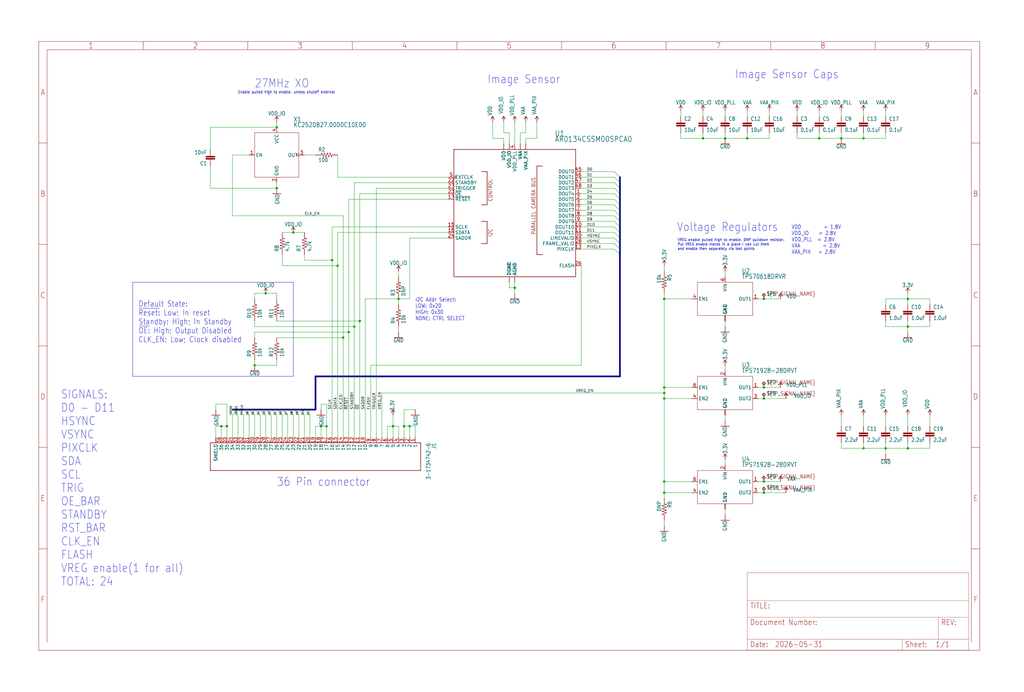
<source format=kicad_sch>
(kicad_sch (version 20250114) (generator "eeschema") (generator_version "9.0")
  (paper "User" 469.9 317.627)
  (text "SIGNALS:\nD0 - D11\nHSYNC\nVSYNC\nPIXCLK\nSDA\nSCL\nTRIG\nOE_BAR\nSTANDBY\nRST_BAR\nCLK_EN\nFLASH\nVREG enable(1 for all)\nTOTAL: 24" (at 27.94 269.24 0) (effects (font (size 3.81 3.2385)) (justify left bottom)))
  (text "27MHz XO" (at 116.84 40.64 0) (effects (font (size 3.81 3.2385)) (justify left bottom)))
  (text "I2C Addr Select:\nLOW: 0x20\nHIGH: 0x30\nNONE: CTRL SELECT" (at 190.5 147.32 0) (effects (font (size 1.778 1.5113)) (justify left bottom)))
  (text "VDD         = 1.8V\nVDD_IO    = 2.8V\nVDD_PLL  = 2.8V\nVAA         = 2.8V\nVAA_PIX   = 2.8V" (at 363.22 116.84 0) (effects (font (size 1.778 1.5113)) (justify left bottom)))
  (text "Enable pulled high to enable, unless shutoff external" (at 109.22 43.18 0) (effects (font (size 1.27 1.0795)) (justify left bottom)))
  (text "Default State:\n~{Reset:} Low; In reset\nStandby: High; In Standby\n~{OE:} High; Output Disabled\nCLK_EN: Low; Clock disabled" (at 63.5 157.48 0) (effects (font (size 2.54 2.159)) (justify left bottom)))
  (text "36 Pin connector" (at 127 223.52 0) (effects (font (size 3.81 3.2385)) (justify left bottom)))
  (text "Voltage Regulators" (at 310.602 106.554 0) (effects (font (size 3.81 3.2385)) (justify left bottom)))
  (text "Image Sensor Caps" (at 337.188 36.474 0) (effects (font (size 3.81 3.2385)) (justify left bottom)))
  (text "Image Sensor" (at 223.65 38.76 0) (effects (font (size 3.81 3.2385)) (justify left bottom)))
  (text "VREG enable pulled high to enable. DNP pulldown resistor.\nPut VREG enable traces in a place I can cut them\nand enable then separately via test points" (at 310.896 115.062 0) (effects (font (size 1.27 1.0795)) (justify left bottom)))
  (junction (at 350.52 182.88))
  (junction (at 304.8 182.88))
  (junction (at 180.34 195.58))
  (junction (at 416.56 137.16))
  (junction (at 127 86.36))
  (junction (at 304.8 177.8))
  (junction (at 332.74 63.5))
  (junction (at 304.8 220.98))
  (junction (at 154.94 121.92))
  (junction (at 416.56 205.74))
  (junction (at 350.52 226.06))
  (junction (at 396.24 63.5))
  (junction (at 406.4 205.74))
  (junction (at 187.96 195.58))
  (junction (at 416.56 149.86))
  (junction (at 236.22 132.08))
  (junction (at 160.02 152.4))
  (junction (at 134.62 106.68))
  (junction (at 386.08 63.5))
  (junction (at 121.92 134.62))
  (junction (at 350.52 177.8))
  (junction (at 304.8 180.34))
  (junction (at 304.8 137.16))
  (junction (at 152.4 119.38))
  (junction (at 182.88 137.16))
  (junction (at 375.92 63.5))
  (junction (at 101.6 195.58))
  (junction (at 116.84 167.64))
  (junction (at 304.8 226.06))
  (junction (at 396.24 205.74))
  (junction (at 127 58.42))
  (junction (at 350.52 220.98))
  (junction (at 165.1 147.32))
  (junction (at 104.14 195.58))
  (junction (at 322.58 63.5))
  (junction (at 162.56 149.86))
  (junction (at 157.48 154.94))
  (junction (at 185.42 195.58))
  (junction (at 350.52 137.16))
  (junction (at 342.9 63.5))
  (junction (at 147.32 195.58))
  (junction (at 149.86 195.58))
  (bus_entry (at 281.94 86.36) (size 2.54 2.54))
  (bus_entry (at 116.84 190.5) (size -2.54 -2.54))
  (bus_entry (at 281.94 101.6) (size 2.54 2.54))
  (bus_entry (at 281.94 91.44) (size 2.54 2.54))
  (bus_entry (at 127 190.5) (size -2.54 -2.54))
  (bus_entry (at 281.94 81.28) (size 2.54 2.54))
  (bus_entry (at 281.94 99.06) (size 2.54 2.54))
  (bus_entry (at 281.94 78.74) (size 2.54 2.54))
  (bus_entry (at 142.24 190.5) (size -2.54 -2.54))
  (bus_entry (at 119.38 190.5) (size -2.54 -2.54))
  (bus_entry (at 281.94 83.82) (size 2.54 2.54))
  (bus_entry (at 106.68 190.5) (size 2.54 -2.54))
  (bus_entry (at 281.94 114.3) (size 2.54 2.54))
  (bus_entry (at 281.94 104.14) (size 2.54 2.54))
  (bus_entry (at 134.62 190.5) (size -2.54 -2.54))
  (bus_entry (at 281.94 111.76) (size 2.54 2.54))
  (bus_entry (at 109.22 190.5) (size -2.54 -2.54))
  (bus_entry (at 129.54 190.5) (size -2.54 -2.54))
  (bus_entry (at 121.92 190.5) (size -2.54 -2.54))
  (bus_entry (at 281.94 96.52) (size 2.54 2.54))
  (bus_entry (at 281.94 109.22) (size 2.54 2.54))
  (bus_entry (at 132.08 190.5) (size -2.54 -2.54))
  (bus_entry (at 281.94 93.98) (size 2.54 2.54))
  (bus_entry (at 139.7 190.5) (size -2.54 -2.54))
  (bus_entry (at 281.94 106.68) (size 2.54 2.54))
  (bus_entry (at 111.76 190.5) (size -2.54 -2.54))
  (bus_entry (at 281.94 88.9) (size 2.54 2.54))
  (bus_entry (at 137.16 190.5) (size -2.54 -2.54))
  (bus_entry (at 114.3 190.5) (size -2.54 -2.54))
  (bus_entry (at 124.46 190.5) (size -2.54 -2.54))
  (wire (pts (xy 396.24 63.5) (xy 406.4 63.5)) (stroke (width 0.1524)))
  (wire (pts (xy 152.4 104.14) (xy 152.4 119.38)) (stroke (width 0.1524)))
  (wire (pts (xy 304.8 134.62) (xy 304.8 137.16)) (stroke (width 0.1524)))
  (bus (pts (xy 134.62 187.96) (xy 132.08 187.96)) (stroke (width 0.762)))
  (bus (pts (xy 284.48 104.14) (xy 284.48 106.68)) (stroke (width 0.762)))
  (wire (pts (xy 127 190.5) (xy 127 200.66)) (stroke (width 0.1524)))
  (wire (pts (xy 266.7 91.44) (xy 281.94 91.44)) (stroke (width 0.1524)))
  (wire (pts (xy 350.52 137.16) (xy 358.14 137.16)) (stroke (width 0.1524)))
  (wire (pts (xy 96.52 58.42) (xy 96.52 68.58)) (stroke (width 0.1524)))
  (wire (pts (xy 406.4 195.58) (xy 406.4 190.5)) (stroke (width 0.1524)))
  (wire (pts (xy 358.14 220.98) (xy 350.52 220.98)) (stroke (width 0.1524)))
  (wire (pts (xy 154.94 71.12) (xy 154.94 81.28)) (stroke (width 0.1524)))
  (wire (pts (xy 106.68 99.06) (xy 157.48 99.06)) (stroke (width 0.1524)))
  (wire (pts (xy 281.94 111.76) (xy 266.7 111.76)) (stroke (width 0.1524)))
  (wire (pts (xy 233.68 129.54) (xy 233.68 132.08)) (stroke (width 0.1524)))
  (bus (pts (xy 129.54 187.96) (xy 127 187.96)) (stroke (width 0.762)))
  (bus (pts (xy 284.48 101.6) (xy 284.48 104.14)) (stroke (width 0.762)))
  (wire (pts (xy 134.62 190.5) (xy 134.62 200.66)) (stroke (width 0.1524)))
  (wire (pts (xy 416.56 205.74) (xy 426.72 205.74)) (stroke (width 0.1524)))
  (wire (pts (xy 127 83.82) (xy 127 86.36)) (stroke (width 0.1524)))
  (wire (pts (xy 187.96 109.22) (xy 205.74 109.22)) (stroke (width 0.1524)))
  (wire (pts (xy 266.7 109.22) (xy 281.94 109.22)) (stroke (width 0.1524)))
  (wire (pts (xy 165.1 147.32) (xy 165.1 200.66)) (stroke (width 0.1524)))
  (bus (pts (xy 144.78 172.72) (xy 144.78 187.96)) (stroke (width 0.762)))
  (wire (pts (xy 332.74 63.5) (xy 342.9 63.5)) (stroke (width 0.1524)))
  (bus (pts (xy 127 187.96) (xy 124.46 187.96)) (stroke (width 0.762)))
  (wire (pts (xy 226.06 63.5) (xy 226.06 55.88)) (stroke (width 0.1524)))
  (wire (pts (xy 312.42 63.5) (xy 322.58 63.5)) (stroke (width 0.1524)))
  (bus (pts (xy 284.48 88.9) (xy 284.48 91.44)) (stroke (width 0.762)))
  (wire (pts (xy 266.7 86.36) (xy 281.94 86.36)) (stroke (width 0.1524)))
  (wire (pts (xy 416.56 149.86) (xy 426.72 149.86)) (stroke (width 0.1524)))
  (wire (pts (xy 426.72 147.32) (xy 426.72 149.86)) (stroke (width 0.1524)))
  (bus (pts (xy 144.78 187.96) (xy 139.7 187.96)) (stroke (width 0.762)))
  (bus (pts (xy 284.48 96.52) (xy 284.48 99.06)) (stroke (width 0.762)))
  (wire (pts (xy 281.94 114.3) (xy 266.7 114.3)) (stroke (width 0.1524)))
  (wire (pts (xy 182.88 195.58) (xy 180.34 195.58)) (stroke (width 0.1524)))
  (wire (pts (xy 332.74 60.96) (xy 332.74 63.5)) (stroke (width 0.1524)))
  (bus (pts (xy 139.7 187.96) (xy 137.16 187.96)) (stroke (width 0.762)))
  (bus (pts (xy 284.48 114.3) (xy 284.48 116.84)) (stroke (width 0.762)))
  (wire (pts (xy 266.7 121.92) (xy 266.7 167.64)) (stroke (width 0.1524)))
  (wire (pts (xy 416.56 139.7) (xy 416.56 137.16)) (stroke (width 0.1524)))
  (wire (pts (xy 160.02 91.44) (xy 160.02 152.4)) (stroke (width 0.1524)))
  (wire (pts (xy 266.7 96.52) (xy 281.94 96.52)) (stroke (width 0.1524)))
  (wire (pts (xy 396.24 60.96) (xy 396.24 63.5)) (stroke (width 0.1524)))
  (wire (pts (xy 416.56 137.16) (xy 416.56 134.62)) (stroke (width 0.1524)))
  (wire (pts (xy 149.86 200.66) (xy 149.86 195.58)) (stroke (width 0.1524)))
  (wire (pts (xy 350.52 182.88) (xy 360.68 182.88)) (stroke (width 0.1524)))
  (wire (pts (xy 365.76 60.96) (xy 365.76 63.5)) (stroke (width 0.1524)))
  (wire (pts (xy 116.84 134.62) (xy 116.84 137.16)) (stroke (width 0.1524)))
  (wire (pts (xy 406.4 53.34) (xy 406.4 50.8)) (stroke (width 0.1524)))
  (bus (pts (xy 111.76 187.96) (xy 109.22 187.96)) (stroke (width 0.762)))
  (bus (pts (xy 284.48 86.36) (xy 284.48 88.9)) (stroke (width 0.762)))
  (wire (pts (xy 96.52 86.36) (xy 127 86.36)) (stroke (width 0.1524)))
  (wire (pts (xy 106.68 190.5) (xy 106.68 200.66)) (stroke (width 0.1524)))
  (wire (pts (xy 322.58 53.34) (xy 322.58 50.8)) (stroke (width 0.1524)))
  (wire (pts (xy 304.8 238.76) (xy 304.8 241.3)) (stroke (width 0.1524)))
  (wire (pts (xy 104.14 195.58) (xy 101.6 195.58)) (stroke (width 0.1524)))
  (wire (pts (xy 266.7 93.98) (xy 281.94 93.98)) (stroke (width 0.1524)))
  (wire (pts (xy 147.32 185.42) (xy 147.32 187.96)) (stroke (width 0.1524)))
  (wire (pts (xy 157.48 99.06) (xy 157.48 154.94)) (stroke (width 0.1524)))
  (wire (pts (xy 350.52 226.06) (xy 360.68 226.06)) (stroke (width 0.1524)))
  (wire (pts (xy 266.7 83.82) (xy 281.94 83.82)) (stroke (width 0.1524)))
  (wire (pts (xy 233.68 66.04) (xy 233.68 60.96)) (stroke (width 0.1524)))
  (wire (pts (xy 139.7 119.38) (xy 152.4 119.38)) (stroke (width 0.1524)))
  (wire (pts (xy 347.98 182.88) (xy 350.52 182.88)) (stroke (width 0.1524)))
  (wire (pts (xy 132.08 190.5) (xy 132.08 200.66)) (stroke (width 0.1524)))
  (wire (pts (xy 322.58 63.5) (xy 332.74 63.5)) (stroke (width 0.1524)))
  (wire (pts (xy 396.24 203.2) (xy 396.24 205.74)) (stroke (width 0.1524)))
  (wire (pts (xy 406.4 203.2) (xy 406.4 205.74)) (stroke (width 0.1524)))
  (wire (pts (xy 386.08 60.96) (xy 386.08 63.5)) (stroke (width 0.1524)))
  (wire (pts (xy 396.24 205.74) (xy 406.4 205.74)) (stroke (width 0.1524)))
  (wire (pts (xy 180.34 200.66) (xy 180.34 195.58)) (stroke (width 0.1524)))
  (wire (pts (xy 101.6 200.66) (xy 101.6 195.58)) (stroke (width 0.1524)))
  (wire (pts (xy 154.94 106.68) (xy 154.94 121.92)) (stroke (width 0.1524)))
  (wire (pts (xy 175.26 180.34) (xy 304.8 180.34)) (stroke (width 0.1524)))
  (wire (pts (xy 332.74 170.18) (xy 332.74 167.64)) (stroke (width 0.1524)))
  (wire (pts (xy 406.4 137.16) (xy 416.56 137.16)) (stroke (width 0.1524)))
  (wire (pts (xy 416.56 147.32) (xy 416.56 149.86)) (stroke (width 0.1524)))
  (polyline (pts (xy 60.96 172.72) (xy 134.62 172.72)) (stroke (width 0.1524) (type solid)))
  (polyline (pts (xy 134.62 172.72) (xy 134.62 129.54)) (stroke (width 0.1524) (type solid)))
  (wire (pts (xy 396.24 53.34) (xy 396.24 50.8)) (stroke (width 0.1524)))
  (wire (pts (xy 119.38 190.5) (xy 119.38 200.66)) (stroke (width 0.1524)))
  (wire (pts (xy 172.72 86.36) (xy 172.72 200.66)) (stroke (width 0.1524)))
  (wire (pts (xy 406.4 147.32) (xy 406.4 149.86)) (stroke (width 0.1524)))
  (wire (pts (xy 426.72 205.74) (xy 426.72 203.2)) (stroke (width 0.1524)))
  (wire (pts (xy 332.74 147.32) (xy 332.74 149.86)) (stroke (width 0.1524)))
  (bus (pts (xy 109.22 187.96) (xy 106.68 187.96)) (stroke (width 0.762)))
  (wire (pts (xy 114.3 190.5) (xy 114.3 200.66)) (stroke (width 0.1524)))
  (wire (pts (xy 154.94 121.92) (xy 154.94 200.66)) (stroke (width 0.1524)))
  (wire (pts (xy 185.42 200.66) (xy 185.42 195.58)) (stroke (width 0.1524)))
  (wire (pts (xy 386.08 63.5) (xy 396.24 63.5)) (stroke (width 0.1524)))
  (wire (pts (xy 205.74 86.36) (xy 172.72 86.36)) (stroke (width 0.1524)))
  (wire (pts (xy 406.4 60.96) (xy 406.4 63.5)) (stroke (width 0.1524)))
  (wire (pts (xy 365.76 53.34) (xy 365.76 50.8)) (stroke (width 0.1524)))
  (wire (pts (xy 149.86 185.42) (xy 147.32 185.42)) (stroke (width 0.1524)))
  (wire (pts (xy 205.74 104.14) (xy 152.4 104.14)) (stroke (width 0.1524)))
  (wire (pts (xy 127 167.64) (xy 127 165.1)) (stroke (width 0.1524)))
  (wire (pts (xy 386.08 203.2) (xy 386.08 205.74)) (stroke (width 0.1524)))
  (wire (pts (xy 416.56 149.86) (xy 416.56 152.4)) (stroke (width 0.1524)))
  (wire (pts (xy 190.5 195.58) (xy 187.96 195.58)) (stroke (width 0.1524)))
  (wire (pts (xy 160.02 152.4) (xy 160.02 200.66)) (stroke (width 0.1524)))
  (wire (pts (xy 406.4 205.74) (xy 416.56 205.74)) (stroke (width 0.1524)))
  (bus (pts (xy 284.48 93.98) (xy 284.48 96.52)) (stroke (width 0.762)))
  (wire (pts (xy 266.7 101.6) (xy 281.94 101.6)) (stroke (width 0.1524)))
  (wire (pts (xy 111.76 190.5) (xy 111.76 200.66)) (stroke (width 0.1524)))
  (wire (pts (xy 165.1 88.9) (xy 165.1 147.32)) (stroke (width 0.1524)))
  (wire (pts (xy 180.34 195.58) (xy 180.34 190.5)) (stroke (width 0.1524)))
  (wire (pts (xy 127 154.94) (xy 157.48 154.94)) (stroke (width 0.1524)))
  (wire (pts (xy 386.08 205.74) (xy 396.24 205.74)) (stroke (width 0.1524)))
  (wire (pts (xy 147.32 200.66) (xy 147.32 195.58)) (stroke (width 0.1524)))
  (bus (pts (xy 284.48 109.22) (xy 284.48 111.76)) (stroke (width 0.762)))
  (wire (pts (xy 182.88 137.16) (xy 187.96 137.16)) (stroke (width 0.1524)))
  (polyline (pts (xy 134.62 129.54) (xy 60.96 129.54)) (stroke (width 0.1524) (type solid)))
  (wire (pts (xy 116.84 190.5) (xy 116.84 200.66)) (stroke (width 0.1524)))
  (wire (pts (xy 121.92 134.62) (xy 127 134.62)) (stroke (width 0.1524)))
  (wire (pts (xy 205.74 106.68) (xy 154.94 106.68)) (stroke (width 0.1524)))
  (wire (pts (xy 347.98 226.06) (xy 350.52 226.06)) (stroke (width 0.1524)))
  (wire (pts (xy 104.14 200.66) (xy 104.14 195.58)) (stroke (width 0.1524)))
  (polyline (pts (xy 60.96 129.54) (xy 60.96 172.72)) (stroke (width 0.1524) (type solid)))
  (wire (pts (xy 116.84 154.94) (xy 116.84 152.4)) (stroke (width 0.1524)))
  (wire (pts (xy 180.34 195.58) (xy 177.8 195.58)) (stroke (width 0.1524)))
  (wire (pts (xy 416.56 203.2) (xy 416.56 205.74)) (stroke (width 0.1524)))
  (wire (pts (xy 127 58.42) (xy 127 55.88)) (stroke (width 0.1524)))
  (wire (pts (xy 157.48 154.94) (xy 157.48 200.66)) (stroke (width 0.1524)))
  (bus (pts (xy 284.48 91.44) (xy 284.48 93.98)) (stroke (width 0.762)))
  (wire (pts (xy 350.52 177.8) (xy 358.14 177.8)) (stroke (width 0.1524)))
  (wire (pts (xy 106.68 71.12) (xy 106.68 99.06)) (stroke (width 0.1524)))
  (bus (pts (xy 284.48 172.72) (xy 144.78 172.72)) (stroke (width 0.762)))
  (wire (pts (xy 104.14 195.58) (xy 104.14 185.42)) (stroke (width 0.1524)))
  (wire (pts (xy 139.7 116.84) (xy 139.7 119.38)) (stroke (width 0.1524)))
  (wire (pts (xy 231.14 66.04) (xy 231.14 63.5)) (stroke (width 0.1524)))
  (wire (pts (xy 375.92 60.96) (xy 375.92 63.5)) (stroke (width 0.1524)))
  (wire (pts (xy 236.22 132.08) (xy 236.22 129.54)) (stroke (width 0.1524)))
  (wire (pts (xy 162.56 83.82) (xy 162.56 149.86)) (stroke (width 0.1524)))
  (bus (pts (xy 124.46 187.96) (xy 121.92 187.96)) (stroke (width 0.762)))
  (wire (pts (xy 332.74 190.5) (xy 332.74 193.04)) (stroke (width 0.1524)))
  (wire (pts (xy 182.88 200.66) (xy 182.88 195.58)) (stroke (width 0.1524)))
  (wire (pts (xy 127 134.62) (xy 127 137.16)) (stroke (width 0.1524)))
  (wire (pts (xy 109.22 190.5) (xy 109.22 200.66)) (stroke (width 0.1524)))
  (wire (pts (xy 406.4 139.7) (xy 406.4 137.16)) (stroke (width 0.1524)))
  (bus (pts (xy 284.48 106.68) (xy 284.48 109.22)) (stroke (width 0.762)))
  (wire (pts (xy 241.3 60.96) (xy 241.3 55.88)) (stroke (width 0.1524)))
  (bus (pts (xy 137.16 187.96) (xy 134.62 187.96)) (stroke (width 0.762)))
  (wire (pts (xy 312.42 60.96) (xy 312.42 63.5)) (stroke (width 0.1524)))
  (wire (pts (xy 149.86 195.58) (xy 147.32 195.58)) (stroke (width 0.1524)))
  (wire (pts (xy 317.5 182.88) (xy 304.8 182.88)) (stroke (width 0.1524)))
  (wire (pts (xy 205.74 83.82) (xy 162.56 83.82)) (stroke (width 0.1524)))
  (wire (pts (xy 426.72 195.58) (xy 426.72 190.5)) (stroke (width 0.1524)))
  (wire (pts (xy 238.76 60.96) (xy 241.3 60.96)) (stroke (width 0.1524)))
  (wire (pts (xy 190.5 200.66) (xy 190.5 195.58)) (stroke (width 0.1524)))
  (wire (pts (xy 182.88 137.16) (xy 167.64 137.16)) (stroke (width 0.1524)))
  (wire (pts (xy 246.38 63.5) (xy 246.38 55.88)) (stroke (width 0.1524)))
  (wire (pts (xy 322.58 60.96) (xy 322.58 63.5)) (stroke (width 0.1524)))
  (wire (pts (xy 317.5 220.98) (xy 304.8 220.98)) (stroke (width 0.1524)))
  (wire (pts (xy 101.6 195.58) (xy 99.06 195.58)) (stroke (width 0.1524)))
  (wire (pts (xy 205.74 91.44) (xy 160.02 91.44)) (stroke (width 0.1524)))
  (wire (pts (xy 139.7 71.12) (xy 144.78 71.12)) (stroke (width 0.1524)))
  (wire (pts (xy 134.62 106.68) (xy 139.7 106.68)) (stroke (width 0.1524)))
  (wire (pts (xy 236.22 66.04) (xy 236.22 55.88)) (stroke (width 0.1524)))
  (wire (pts (xy 124.46 190.5) (xy 124.46 200.66)) (stroke (width 0.1524)))
  (wire (pts (xy 231.14 60.96) (xy 231.14 55.88)) (stroke (width 0.1524)))
  (wire (pts (xy 375.92 63.5) (xy 386.08 63.5)) (stroke (width 0.1524)))
  (wire (pts (xy 304.8 137.16) (xy 304.8 177.8)) (stroke (width 0.1524)))
  (bus (pts (xy 284.48 111.76) (xy 284.48 114.3)) (stroke (width 0.762)))
  (wire (pts (xy 116.84 149.86) (xy 162.56 149.86)) (stroke (width 0.1524)))
  (wire (pts (xy 144.78 195.58) (xy 144.78 200.66)) (stroke (width 0.1524)))
  (wire (pts (xy 350.52 220.98) (xy 347.98 220.98)) (stroke (width 0.1524)))
  (wire (pts (xy 129.54 190.5) (xy 129.54 200.66)) (stroke (width 0.1524)))
  (bus (pts (xy 284.48 116.84) (xy 284.48 172.72)) (stroke (width 0.762)))
  (wire (pts (xy 187.96 195.58) (xy 185.42 195.58)) (stroke (width 0.1524)))
  (bus (pts (xy 284.48 81.28) (xy 284.48 83.82)) (stroke (width 0.762)))
  (wire (pts (xy 266.7 81.28) (xy 281.94 81.28)) (stroke (width 0.1524)))
  (wire (pts (xy 353.06 63.5) (xy 353.06 60.96)) (stroke (width 0.1524)))
  (wire (pts (xy 304.8 182.88) (xy 304.8 180.34)) (stroke (width 0.1524)))
  (wire (pts (xy 121.92 134.62) (xy 116.84 134.62)) (stroke (width 0.1524)))
  (wire (pts (xy 116.84 152.4) (xy 160.02 152.4)) (stroke (width 0.1524)))
  (wire (pts (xy 154.94 81.28) (xy 205.74 81.28)) (stroke (width 0.1524)))
  (wire (pts (xy 266.7 167.64) (xy 170.18 167.64)) (stroke (width 0.1524)))
  (wire (pts (xy 396.24 190.5) (xy 396.24 195.58)) (stroke (width 0.1524)))
  (wire (pts (xy 304.8 124.46) (xy 304.8 121.92)) (stroke (width 0.1524)))
  (wire (pts (xy 182.88 149.86) (xy 182.88 152.4)) (stroke (width 0.1524)))
  (wire (pts (xy 182.88 124.46) (xy 182.88 127)) (stroke (width 0.1524)))
  (wire (pts (xy 137.16 190.5) (xy 137.16 200.66)) (stroke (width 0.1524)))
  (wire (pts (xy 304.8 228.6) (xy 304.8 226.06)) (stroke (width 0.1524)))
  (wire (pts (xy 375.92 53.34) (xy 375.92 50.8)) (stroke (width 0.1524)))
  (wire (pts (xy 317.5 137.16) (xy 304.8 137.16)) (stroke (width 0.1524)))
  (wire (pts (xy 236.22 134.62) (xy 236.22 132.08)) (stroke (width 0.1524)))
  (wire (pts (xy 154.94 121.92) (xy 129.54 121.92)) (stroke (width 0.1524)))
  (wire (pts (xy 233.68 60.96) (xy 231.14 60.96)) (stroke (width 0.1524)))
  (bus (pts (xy 121.92 187.96) (xy 119.38 187.96)) (stroke (width 0.762)))
  (wire (pts (xy 116.84 147.32) (xy 116.84 149.86)) (stroke (width 0.1524)))
  (wire (pts (xy 175.26 180.34) (xy 175.26 200.66)) (stroke (width 0.1524)))
  (wire (pts (xy 426.72 139.7) (xy 426.72 137.16)) (stroke (width 0.1524)))
  (wire (pts (xy 127 147.32) (xy 165.1 147.32)) (stroke (width 0.1524)))
  (wire (pts (xy 332.74 233.68) (xy 332.74 236.22)) (stroke (width 0.1524)))
  (wire (pts (xy 99.06 185.42) (xy 99.06 187.96)) (stroke (width 0.1524)))
  (wire (pts (xy 304.8 220.98) (xy 304.8 182.88)) (stroke (width 0.1524)))
  (wire (pts (xy 347.98 137.16) (xy 350.52 137.16)) (stroke (width 0.1524)))
  (wire (pts (xy 386.08 195.58) (xy 386.08 190.5)) (stroke (width 0.1524)))
  (wire (pts (xy 406.4 208.28) (xy 406.4 205.74)) (stroke (width 0.1524)))
  (wire (pts (xy 127 58.42) (xy 96.52 58.42)) (stroke (width 0.1524)))
  (wire (pts (xy 190.5 187.96) (xy 185.42 187.96)) (stroke (width 0.1524)))
  (wire (pts (xy 317.5 226.06) (xy 304.8 226.06)) (stroke (width 0.1524)))
  (wire (pts (xy 386.08 53.34) (xy 386.08 50.8)) (stroke (width 0.1524)))
  (bus (pts (xy 284.48 83.82) (xy 284.48 86.36)) (stroke (width 0.762)))
  (wire (pts (xy 304.8 226.06) (xy 304.8 220.98)) (stroke (width 0.1524)))
  (wire (pts (xy 416.56 190.5) (xy 416.56 195.58)) (stroke (width 0.1524)))
  (wire (pts (xy 121.92 190.5) (xy 121.92 200.66)) (stroke (width 0.1524)))
  (wire (pts (xy 149.86 195.58) (xy 149.86 185.42)) (stroke (width 0.1524)))
  (wire (pts (xy 416.56 137.16) (xy 426.72 137.16)) (stroke (width 0.1524)))
  (bus (pts (xy 132.08 187.96) (xy 129.54 187.96)) (stroke (width 0.762)))
  (wire (pts (xy 185.42 187.96) (xy 185.42 195.58)) (stroke (width 0.1524)))
  (wire (pts (xy 177.8 195.58) (xy 177.8 200.66)) (stroke (width 0.1524)))
  (bus (pts (xy 116.84 187.96) (xy 114.3 187.96)) (stroke (width 0.762)))
  (wire (pts (xy 347.98 177.8) (xy 350.52 177.8)) (stroke (width 0.1524)))
  (wire (pts (xy 342.9 53.34) (xy 342.9 50.8)) (stroke (width 0.1524)))
  (wire (pts (xy 116.84 167.64) (xy 127 167.64)) (stroke (width 0.1524)))
  (wire (pts (xy 365.76 63.5) (xy 375.92 63.5)) (stroke (width 0.1524)))
  (wire (pts (xy 266.7 88.9) (xy 281.94 88.9)) (stroke (width 0.1524)))
  (wire (pts (xy 187.96 137.16) (xy 187.96 109.22)) (stroke (width 0.1524)))
  (wire (pts (xy 406.4 149.86) (xy 416.56 149.86)) (stroke (width 0.1524)))
  (wire (pts (xy 96.52 76.2) (xy 96.52 86.36)) (stroke (width 0.1524)))
  (wire (pts (xy 266.7 78.74) (xy 281.94 78.74)) (stroke (width 0.1524)))
  (wire (pts (xy 304.8 177.8) (xy 304.8 180.34)) (stroke (width 0.1524)))
  (bus (pts (xy 114.3 187.96) (xy 111.76 187.96)) (stroke (width 0.762)))
  (wire (pts (xy 266.7 104.14) (xy 281.94 104.14)) (stroke (width 0.1524)))
  (wire (pts (xy 342.9 60.96) (xy 342.9 63.5)) (stroke (width 0.1524)))
  (wire (pts (xy 114.3 71.12) (xy 106.68 71.12)) (stroke (width 0.1524)))
  (wire (pts (xy 182.88 139.7) (xy 182.88 137.16)) (stroke (width 0.1524)))
  (wire (pts (xy 266.7 99.06) (xy 281.94 99.06)) (stroke (width 0.1524)))
  (wire (pts (xy 142.24 190.5) (xy 142.24 200.66)) (stroke (width 0.1524)))
  (wire (pts (xy 266.7 106.68) (xy 281.94 106.68)) (stroke (width 0.1524)))
  (wire (pts (xy 205.74 88.9) (xy 165.1 88.9)) (stroke (width 0.1524)))
  (wire (pts (xy 134.62 106.68) (xy 129.54 106.68)) (stroke (width 0.1524)))
  (bus (pts (xy 119.38 187.96) (xy 116.84 187.96)) (stroke (width 0.762)))
  (wire (pts (xy 312.42 53.34) (xy 312.42 50.8)) (stroke (width 0.1524)))
  (wire (pts (xy 99.06 195.58) (xy 99.06 200.66)) (stroke (width 0.1524)))
  (wire (pts (xy 332.74 124.46) (xy 332.74 127)) (stroke (width 0.1524)))
  (wire (pts (xy 116.84 167.64) (xy 116.84 165.1)) (stroke (width 0.1524)))
  (wire (pts (xy 187.96 200.66) (xy 187.96 195.58)) (stroke (width 0.1524)))
  (wire (pts (xy 317.5 177.8) (xy 304.8 177.8)) (stroke (width 0.1524)))
  (wire (pts (xy 139.7 190.5) (xy 139.7 200.66)) (stroke (width 0.1524)))
  (wire (pts (xy 147.32 195.58) (xy 144.78 195.58)) (stroke (width 0.1524)))
  (wire (pts (xy 233.68 132.08) (xy 236.22 132.08)) (stroke (width 0.1524)))
  (wire (pts (xy 241.3 66.04) (xy 241.3 63.5)) (stroke (width 0.1524)))
  (wire (pts (xy 129.54 121.92) (xy 129.54 116.84)) (stroke (width 0.1524)))
  (wire (pts (xy 342.9 63.5) (xy 353.06 63.5)) (stroke (width 0.1524)))
  (wire (pts (xy 238.76 66.04) (xy 238.76 60.96)) (stroke (width 0.1524)))
  (wire (pts (xy 170.18 167.64) (xy 170.18 200.66)) (stroke (width 0.1524)))
  (wire (pts (xy 332.74 53.34) (xy 332.74 50.8)) (stroke (width 0.1524)))
  (wire (pts (xy 167.64 137.16) (xy 167.64 200.66)) (stroke (width 0.1524)))
  (wire (pts (xy 152.4 119.38) (xy 152.4 200.66)) (stroke (width 0.1524)))
  (wire (pts (xy 332.74 213.36) (xy 332.74 210.82)) (stroke (width 0.1524)))
  (wire (pts (xy 241.3 63.5) (xy 246.38 63.5)) (stroke (width 0.1524)))
  (wire (pts (xy 353.06 53.34) (xy 353.06 50.8)) (stroke (width 0.1524)))
  (wire (pts (xy 104.14 185.42) (xy 99.06 185.42)) (stroke (width 0.1524)))
  (bus (pts (xy 284.48 99.06) (xy 284.48 101.6)) (stroke (width 0.762)))
  (wire (pts (xy 231.14 63.5) (xy 226.06 63.5)) (stroke (width 0.1524)))
  (wire (pts (xy 162.56 149.86) (xy 162.56 200.66)) (stroke (width 0.1524)))
  (label "D3" (at 269.24 86.36 0) (effects (font (size 1.2446 1.2446))))
  (label "FLASH" (at 170.18 187.96 90) (effects (font (size 1.2446 1.2446))))
  (label "D0" (at 269.24 78.74 0) (effects (font (size 1.2446 1.2446))))
  (label "D0" (at 129.54 190.5 90) (effects (font (size 0.889 0.889))))
  (label "D1" (at 269.24 81.28 0) (effects (font (size 1.2446 1.2446))))
  (label "D1" (at 127 190.5 90) (effects (font (size 0.889 0.889))))
  (label "D7" (at 132.08 190.5 90) (effects (font (size 0.889 0.889))))
  (label "VREG_EN" (at 175.26 187.96 90) (effects (font (size 1.2446 1.2446))))
  (label "D5" (at 269.24 91.44 0) (effects (font (size 1.2446 1.2446))))
  (label "STANDBY" (at 162.56 187.96 90) (effects (font (size 1.2446 1.2446))))
  (label "D4" (at 119.38 190.5 90) (effects (font (size 0.889 0.889))))
  (label "SADDR" (at 167.64 187.96 90) (effects (font (size 1.2446 1.2446))))
  (label "~{OE}" (at 165.1 187.96 90) (effects (font (size 1.2446 1.2446))))
  (label "SDATA" (at 154.94 187.96 90) (effects (font (size 1.2446 1.2446))))
  (label "D8" (at 269.24 99.06 0) (effects (font (size 1.2446 1.2446))))
  (label "VSYNC" (at 109.22 190.5 90) (effects (font (size 0.889 0.889))))
  (label "CLK_EN" (at 157.48 187.96 90) (effects (font (size 1.2446 1.2446))))
  (label "D9" (at 269.24 101.6 0) (effects (font (size 1.2446 1.2446))))
  (label "D11" (at 142.24 190.5 90) (effects (font (size 0.889 0.889))))
  (label "D6" (at 114.3 190.5 90) (effects (font (size 0.889 0.889))))
  (label "HSYNC" (at 269.24 109.22 0) (effects (font (size 1.2446 1.2446))))
  (label "D6" (at 269.24 93.98 0) (effects (font (size 1.2446 1.2446))))
  (label "PIXCLK" (at 111.76 190.5 90) (effects (font (size 0.889 0.889))))
  (label "CLK_EN" (at 139.7 99.06 0) (effects (font (size 1.2446 1.2446))))
  (label "D2" (at 124.46 190.5 90) (effects (font (size 0.889 0.889))))
  (label "D10" (at 139.7 190.5 90) (effects (font (size 0.889 0.889))))
  (label "VREG_EN" (at 264.16 180.34 0) (effects (font (size 1.2446 1.2446))))
  (label "VSYNC" (at 269.24 111.76 0) (effects (font (size 1.2446 1.2446))))
  (label "TRIGGER" (at 172.72 187.96 90) (effects (font (size 1.2446 1.2446))))
  (label "D10" (at 269.24 104.14 0) (effects (font (size 1.2446 1.2446))))
  (label "D8" (at 134.62 190.5 90) (effects (font (size 0.889 0.889))))
  (label "D11" (at 269.24 106.68 0) (effects (font (size 1.2446 1.2446))))
  (label "D5" (at 116.84 190.5 90) (effects (font (size 0.889 0.889))))
  (label "~{RESET}" (at 160.02 187.96 90) (effects (font (size 1.2446 1.2446))))
  (label "SCLK" (at 152.4 187.96 90) (effects (font (size 1.2446 1.2446))))
  (label "D9" (at 137.16 190.5 90) (effects (font (size 0.889 0.889))))
  (label "HSYNC" (at 106.68 190.5 90) (effects (font (size 0.889 0.889))))
  (label "D2" (at 269.24 83.82 0) (effects (font (size 1.2446 1.2446))))
  (label "PIXCLK" (at 269.24 114.3 0) (effects (font (size 1.2446 1.2446))))
  (label "D7" (at 269.24 96.52 0) (effects (font (size 1.2446 1.2446))))
  (label "D4" (at 269.24 88.9 0) (effects (font (size 1.2446 1.2446))))
  (label "D3" (at 121.92 190.5 90) (effects (font (size 0.889 0.889))))
  (symbol (lib_id "star-tracker-camera-board-eagle-import:3.3V") (at 304.8 121.92 0) (unit 1)
    (property "Reference" "#SUPPLY9" (effects (hide yes)))
    (property "Value" "3.3V" (at 305.816 116.84 90) (effects (font (size 1.778 1.5113)) (justify bottom)))
  )
  (symbol (lib_id "star-tracker-camera-board-eagle-import:VDD_IO") (at 375.92 48.26 0) (unit 1)
    (property "Reference" "#VBUS11" (effects (hide yes)))
    (property "Value" "VDD_IO" (at 375.92 48.006 0) (effects (font (size 1.778 1.5113)) (justify bottom)))
  )
  (symbol (lib_id "star-tracker-camera-board-eagle-import:C-EU0603-C-NOSILK") (at 396.24 198.12 0) (unit 1)
    (property "Reference" "C11" (at 397.764 197.739 0) (effects (font (size 1.778 1.5113)) (justify left bottom)))
    (property "Value" "2.2uF" (at 397.764 202.819 0) (effects (font (size 1.778 1.5113)) (justify left bottom)))
    (property "Footprint" "star-tracker-camera-board:.0603-C-NOSILK" (effects (hide yes)))
  )
  (symbol (lib_id "star-tracker-camera-board-eagle-import:VDD_PLL") (at 358.14 175.26 0) (unit 1)
    (property "Reference" "#VBUS15" (effects (hide yes)))
    (property "Value" "VDD_PLL" (at 365.76 177.546 0) (effects (font (size 1.778 1.5113)) (justify bottom)))
  )
  (symbol (lib_id "star-tracker-camera-board-eagle-import:R-US_0402-B") (at 116.84 160.02 90) (unit 1)
    (property "Reference" "R9" (at 115.3414 163.83 0) (effects (font (size 1.778 1.5113)) (justify left bottom)))
    (property "Value" "10k" (at 120.142 163.83 0) (effects (font (size 1.778 1.5113)) (justify left bottom)))
    (property "Footprint" "star-tracker-camera-board:.0402-B" (effects (hide yes)))
  )
  (symbol (lib_id "star-tracker-camera-board-eagle-import:VAA") (at 241.3 53.34 0) (unit 1)
    (property "Reference" "#U$1" (effects (hide yes)))
    (property "Value" "VAA" (at 241.046 50.8 90) (effects (font (size 1.778 1.5113)) (justify bottom)))
  )
  (symbol (lib_id "star-tracker-camera-board-eagle-import:VDD") (at 426.72 187.96 0) (unit 1)
    (property "Reference" "#VBUS20" (effects (hide yes)))
    (property "Value" "VDD" (at 426.466 185.42 90) (effects (font (size 1.778 1.5113)) (justify bottom)))
  )
  (symbol (lib_id "star-tracker-camera-board-eagle-import:C-EU0402-A-NOSILK") (at 96.52 73.66 180) (unit 1)
    (property "Reference" "C1" (at 94.996 74.041 0) (effects (font (size 1.778 1.5113)) (justify left bottom)))
    (property "Value" "10nF" (at 94.996 68.961 0) (effects (font (size 1.778 1.5113)) (justify left bottom)))
    (property "Footprint" "star-tracker-camera-board:.0402-A-NOSILK" (effects (hide yes)))
  )
  (symbol (lib_id "star-tracker-camera-board-eagle-import:3-1734742-6") (at 139.7 210.82 270) (unit 1)
    (property "Reference" "J1" (at 198.12 203.2 0) (effects (font (size 1.7808 1.5136)) (justify left bottom)))
    (property "Value" "3-1734742-6" (at 195.58 203.2 0) (effects (font (size 1.7799 1.5129)) (justify left bottom)))
    (property "Footprint" "star-tracker-camera-board:TE_3-1734742-6" (effects (hide yes)))
  )
  (symbol (lib_id "star-tracker-camera-board-eagle-import:C-EU0603-C-NOSILK") (at 353.06 55.88 0) (unit 1)
    (property "Reference" "C16" (at 354.584 55.499 0) (effects (font (size 1.778 1.5113)) (justify left bottom)))
    (property "Value" "10uF" (at 354.584 60.579 0) (effects (font (size 1.778 1.5113)) (justify left bottom)))
    (property "Footprint" "star-tracker-camera-board:.0603-C-NOSILK" (effects (hide yes)))
  )
  (symbol (lib_id "star-tracker-camera-board-eagle-import:VDD_IO") (at 127 53.34 0) (unit 1)
    (property "Reference" "#VBUS23" (effects (hide yes)))
    (property "Value" "VDD_IO" (at 127 53.086 0) (effects (font (size 1.778 1.5113)) (justify bottom)))
  )
  (symbol (lib_id "star-tracker-camera-board-eagle-import:GND") (at 332.74 195.58 0) (unit 1)
    (property "Reference" "#GND9" (effects (hide yes)))
    (property "Value" "GND" (at 331.724 198.12 90) (effects (font (size 1.778 1.5113)) (justify top)))
  )
  (symbol (lib_id "star-tracker-camera-board-eagle-import:VDD") (at 358.14 134.62 0) (unit 1)
    (property "Reference" "#VBUS14" (effects (hide yes)))
    (property "Value" "VDD" (at 363.22 136.906 0) (effects (font (size 1.778 1.5113)) (justify bottom)))
  )
  (symbol (lib_id "star-tracker-camera-board-eagle-import:GND") (at 190.5 190.5 0) (unit 1)
    (property "Reference" "#GND5" (effects (hide yes)))
    (property "Value" "GND" (at 189.8015 193.04 90) (effects (font (size 1.778 1.5113)) (justify top)))
  )
  (symbol (lib_id "star-tracker-camera-board-eagle-import:FRAME_B_L") (at 17.78 298.45 0) (unit 1)
    (property "Reference" "#FRAME1" (effects (hide yes)))
    (property "Value" "ORESAT AR0134 BOARD" (effects (hide yes)))
  )
  (symbol (lib_id "star-tracker-camera-board-eagle-import:R-US_0402-B") (at 127 160.02 90) (unit 1)
    (property "Reference" "R12" (at 125.5014 163.83 0) (effects (font (size 1.778 1.5113)) (justify left bottom)))
    (property "Value" "10k" (at 130.302 163.83 0) (effects (font (size 1.778 1.5113)) (justify left bottom)))
    (property "Footprint" "star-tracker-camera-board:.0402-B" (effects (hide yes)))
  )
  (symbol (lib_id "star-tracker-camera-board-eagle-import:R-US_0402-B") (at 149.86 71.12 0) (unit 1)
    (property "Reference" "R2" (at 146.05 69.6214 0) (effects (font (size 1.778 1.5113)) (justify left bottom)))
    (property "Value" "100" (at 146.05 74.422 0) (effects (font (size 1.778 1.5113)) (justify left bottom)))
    (property "Footprint" "star-tracker-camera-board:.0402-B" (effects (hide yes)))
  )
  (symbol (lib_id "star-tracker-camera-board-eagle-import:C-EU0603-C-NOSILK") (at 386.08 198.12 0) (unit 1)
    (property "Reference" "C7" (at 387.604 197.739 0) (effects (font (size 1.778 1.5113)) (justify left bottom)))
    (property "Value" "2.2uF" (at 387.604 202.819 0) (effects (font (size 1.778 1.5113)) (justify left bottom)))
    (property "Footprint" "star-tracker-camera-board:.0603-C-NOSILK" (effects (hide yes)))
  )
  (symbol (lib_id "star-tracker-camera-board-eagle-import:GND") (at 332.74 152.4 0) (unit 1)
    (property "Reference" "#GND8" (effects (hide yes)))
    (property "Value" "GND" (at 331.724 154.94 90) (effects (font (size 1.778 1.5113)) (justify top)))
  )
  (symbol (lib_id "star-tracker-camera-board-eagle-import:VDD_IO") (at 360.68 180.34 0) (unit 1)
    (property "Reference" "#VBUS16" (effects (hide yes)))
    (property "Value" "VDD_IO" (at 368.3 182.626 0) (effects (font (size 1.778 1.5113)) (justify bottom)))
  )
  (symbol (lib_id "star-tracker-camera-board-eagle-import:TPTP06R") (at 350.52 180.34 0) (unit 1)
    (property "Reference" "TP8" (at 351.79 181.61 0) (effects (font (size 1.778 1.5113)) (justify left bottom)))
    (property "Value" "TPTP06R" (effects (hide yes)))
    (property "Footprint" "star-tracker-camera-board:TP06R" (effects (hide yes)))
  )
  (symbol (lib_id "star-tracker-camera-board-eagle-import:R-US_0402-B-NOSILK") (at 129.54 111.76 90) (unit 1)
    (property "Reference" "R8" (at 128.0414 115.57 0) (effects (font (size 1.778 1.5113)) (justify left bottom)))
    (property "Value" "4.7k" (at 132.842 115.57 0) (effects (font (size 1.778 1.5113)) (justify left bottom)))
    (property "Footprint" "star-tracker-camera-board:.0402-B-NOSILK" (effects (hide yes)))
  )
  (symbol (lib_id "star-tracker-camera-board-eagle-import:C-EU0603-C-NOSILK") (at 416.56 142.24 0) (unit 1)
    (property "Reference" "C10" (at 418.084 141.859 0) (effects (font (size 1.778 1.5113)) (justify left bottom)))
    (property "Value" "1.0uF" (at 418.084 146.939 0) (effects (font (size 1.778 1.5113)) (justify left bottom)))
    (property "Footprint" "star-tracker-camera-board:.0603-C-NOSILK" (effects (hide yes)))
  )
  (symbol (lib_id "star-tracker-camera-board-eagle-import:VDD") (at 312.42 48.26 0) (unit 1)
    (property "Reference" "#VBUS6" (effects (hide yes)))
    (property "Value" "VDD" (at 312.42 48.006 0) (effects (font (size 1.778 1.5113)) (justify bottom)))
  )
  (symbol (lib_id "star-tracker-camera-board-eagle-import:TPS71928-28DRVT") (at 332.74 223.52 0) (unit 1)
    (property "Reference" "U4" (at 340.36 211.836 0) (effects (font (size 2.0828 1.7703)) (justify left bottom)))
    (property "Value" "TPS71928-28DRVT" (at 340.36 214.376 0) (effects (font (size 2.0828 1.7703)) (justify left bottom)))
    (property "Footprint" "star-tracker-camera-board:DRV6_1P6X1" (effects (hide yes)))
  )
  (symbol (lib_id "star-tracker-camera-board-eagle-import:GND") (at 332.74 238.76 0) (unit 1)
    (property "Reference" "#GND10" (effects (hide yes)))
    (property "Value" "GND" (at 331.724 241.3 90) (effects (font (size 1.778 1.5113)) (justify top)))
  )
  (symbol (lib_id "star-tracker-camera-board-eagle-import:GND") (at 236.22 137.16 0) (unit 1)
    (property "Reference" "#GND6" (effects (hide yes)))
    (property "Value" "GND" (at 236.22 137.414 0) (effects (font (size 1.778 1.5113)) (justify top)))
  )
  (symbol (lib_id "star-tracker-camera-board-eagle-import:TPS70618DRVR") (at 332.74 137.16 0) (unit 1)
    (property "Reference" "U2" (at 340.36 125.476 0) (effects (font (size 2.0828 1.7703)) (justify left bottom)))
    (property "Value" "TPS70618DRVR" (at 340.36 128.016 0) (effects (font (size 2.0828 1.7703)) (justify left bottom)))
    (property "Footprint" "star-tracker-camera-board:DRV6_1P6X1" (effects (hide yes)))
  )
  (symbol (lib_id "star-tracker-camera-board-eagle-import:R-US_0402-B-NOSILK") (at 182.88 144.78 90) (unit 1)
    (property "Reference" "R4" (at 181.3814 148.59 0) (effects (font (size 1.778 1.5113)) (justify left bottom)))
    (property "Value" "10k" (at 186.182 148.59 0) (effects (font (size 1.778 1.5113)) (justify left bottom)))
    (property "Footprint" "star-tracker-camera-board:.0402-B-NOSILK" (effects (hide yes)))
  )
  (symbol (lib_id "star-tracker-camera-board-eagle-import:TPTP06R") (at 350.52 223.52 0) (unit 1)
    (property "Reference" "TP10" (at 351.79 224.79 0) (effects (font (size 1.778 1.5113)) (justify left bottom)))
    (property "Value" "TPTP06R" (effects (hide yes)))
    (property "Footprint" "star-tracker-camera-board:TP06R" (effects (hide yes)))
  )
  (symbol (lib_id "star-tracker-camera-board-eagle-import:VDD_IO") (at 416.56 187.96 0) (unit 1)
    (property "Reference" "#VBUS19" (effects (hide yes)))
    (property "Value" "VDD_IO" (at 416.306 182.88 90) (effects (font (size 1.778 1.5113)) (justify bottom)))
  )
  (symbol (lib_id "star-tracker-camera-board-eagle-import:TPTP06R") (at 350.52 175.26 0) (unit 1)
    (property "Reference" "TP7" (at 351.79 176.53 0) (effects (font (size 1.778 1.5113)) (justify left bottom)))
    (property "Value" "TPTP06R" (effects (hide yes)))
    (property "Footprint" "star-tracker-camera-board:TP06R" (effects (hide yes)))
  )
  (symbol (lib_id "star-tracker-camera-board-eagle-import:R-US_0402-B-NOSILK") (at 139.7 111.76 90) (unit 1)
    (property "Reference" "R7" (at 138.2014 115.57 0) (effects (font (size 1.778 1.5113)) (justify left bottom)))
    (property "Value" "4.7k" (at 143.002 115.57 0) (effects (font (size 1.778 1.5113)) (justify left bottom)))
    (property "Footprint" "star-tracker-camera-board:.0402-B-NOSILK" (effects (hide yes)))
  )
  (symbol (lib_id "star-tracker-camera-board-eagle-import:3.3V") (at 332.74 167.64 0) (unit 1)
    (property "Reference" "#SUPPLY11" (effects (hide yes)))
    (property "Value" "3.3V" (at 333.756 162.56 90) (effects (font (size 1.778 1.5113)) (justify bottom)))
  )
  (symbol (lib_id "star-tracker-camera-board-eagle-import:C-EU0402-B-NOSILK") (at 406.4 55.88 0) (unit 1)
    (property "Reference" "C17" (at 407.924 55.499 0) (effects (font (size 1.778 1.5113)) (justify left bottom)))
    (property "Value" "0.1uF" (at 407.924 60.579 0) (effects (font (size 1.778 1.5113)) (justify left bottom)))
    (property "Footprint" "star-tracker-camera-board:.0402-B-NOSILK" (effects (hide yes)))
  )
  (symbol (lib_id "star-tracker-camera-board-eagle-import:GND") (at 332.74 66.04 0) (unit 1)
    (property "Reference" "#GND11" (effects (hide yes)))
    (property "Value" "GND" (at 332.74 66.294 0) (effects (font (size 1.778 1.5113)) (justify top)))
  )
  (symbol (lib_id "star-tracker-camera-board-eagle-import:C-EU0603-C-NOSILK") (at 416.56 198.12 0) (unit 1)
    (property "Reference" "C18" (at 418.084 197.739 0) (effects (font (size 1.778 1.5113)) (justify left bottom)))
    (property "Value" "2.2uF" (at 418.084 202.819 0) (effects (font (size 1.778 1.5113)) (justify left bottom)))
    (property "Footprint" "star-tracker-camera-board:.0603-C-NOSILK" (effects (hide yes)))
  )
  (symbol (lib_id "star-tracker-camera-board-eagle-import:AR0134CSSM00SPCA0") (at 236.22 96.52 0) (unit 1)
    (property "Reference" "U1" (at 254.48 62.68 0) (effects (font (size 2.54 2.159)) (justify left bottom)))
    (property "Value" "AR0134CSSM00SPCA0" (at 254.48 65.22 0) (effects (font (size 2.54 2.159)) (justify left bottom)))
    (property "Footprint" "star-tracker-camera-board:AR0134CSSM00SPCA0" (effects (hide yes)))
  )
  (symbol (lib_id "star-tracker-camera-board-eagle-import:3.3V") (at 416.56 134.62 0) (unit 1)
    (property "Reference" "#SUPPLY25" (effects (hide yes)))
    (property "Value" "3.3V" (at 416.56 131.826 0) (effects (font (size 1.778 1.5113)) (justify bottom)))
  )
  (symbol (lib_id "star-tracker-camera-board-eagle-import:R-US_0402-B-NOSILK") (at 182.88 132.08 90) (unit 1)
    (property "Reference" "R3" (at 181.3814 135.89 0) (effects (font (size 1.778 1.5113)) (justify left bottom)))
    (property "Value" "DNP" (at 186.182 135.89 0) (effects (font (size 1.778 1.5113)) (justify left bottom)))
    (property "Footprint" "star-tracker-camera-board:.0402-B-NOSILK" (effects (hide yes)))
  )
  (symbol (lib_id "star-tracker-camera-board-eagle-import:C-EU0603-C-NOSILK") (at 342.9 55.88 0) (unit 1)
    (property "Reference" "C12" (at 344.424 55.499 0) (effects (font (size 1.778 1.5113)) (justify left bottom)))
    (property "Value" "10uF" (at 344.424 60.579 0) (effects (font (size 1.778 1.5113)) (justify left bottom)))
    (property "Footprint" "star-tracker-camera-board:.0603-C-NOSILK" (effects (hide yes)))
  )
  (symbol (lib_id "star-tracker-camera-board-eagle-import:VDD_IO") (at 322.58 48.26 0) (unit 1)
    (property "Reference" "#VBUS7" (effects (hide yes)))
    (property "Value" "VDD_IO" (at 322.58 48.006 0) (effects (font (size 1.778 1.5113)) (justify bottom)))
  )
  (symbol (lib_id "star-tracker-camera-board-eagle-import:VAA_PIX") (at 360.68 223.52 0) (unit 1)
    (property "Reference" "#VBUS17" (effects (hide yes)))
    (property "Value" "VAA_PIX" (at 368.3 225.806 0) (effects (font (size 1.778 1.5113)) (justify bottom)))
  )
  (symbol (lib_id "star-tracker-camera-board-eagle-import:C-EU0603-C-NOSILK") (at 426.72 198.12 0) (unit 1)
    (property "Reference" "C19" (at 428.244 197.739 0) (effects (font (size 1.778 1.5113)) (justify left bottom)))
    (property "Value" "2.2uF" (at 428.244 202.819 0) (effects (font (size 1.778 1.5113)) (justify left bottom)))
    (property "Footprint" "star-tracker-camera-board:.0603-C-NOSILK" (effects (hide yes)))
  )
  (symbol (lib_id "star-tracker-camera-board-eagle-import:VDD") (at 365.76 48.26 0) (unit 1)
    (property "Reference" "#VBUS10" (effects (hide yes)))
    (property "Value" "VDD" (at 365.76 48.006 0) (effects (font (size 1.778 1.5113)) (justify bottom)))
  )
  (symbol (lib_id "star-tracker-camera-board-eagle-import:C-EU0603-C-NOSILK") (at 406.4 198.12 0) (unit 1)
    (property "Reference" "C15" (at 407.924 197.739 0) (effects (font (size 1.778 1.5113)) (justify left bottom)))
    (property "Value" "2.2uF" (at 407.924 202.819 0) (effects (font (size 1.778 1.5113)) (justify left bottom)))
    (property "Footprint" "star-tracker-camera-board:.0603-C-NOSILK" (effects (hide yes)))
  )
  (symbol (lib_id "star-tracker-camera-board-eagle-import:VDD_IO") (at 231.14 53.34 0) (unit 1)
    (property "Reference" "#VBUS4" (effects (hide yes)))
    (property "Value" "VDD_IO" (at 230.886 48.26 90) (effects (font (size 1.778 1.5113)) (justify bottom)))
  )
  (symbol (lib_id "star-tracker-camera-board-eagle-import:C-EU0603-C-NOSILK") (at 406.4 142.24 0) (unit 1)
    (property "Reference" "C6" (at 407.924 141.859 0) (effects (font (size 1.778 1.5113)) (justify left bottom)))
    (property "Value" "1.0uF" (at 407.924 146.939 0) (effects (font (size 1.778 1.5113)) (justify left bottom)))
    (property "Footprint" "star-tracker-camera-board:.0603-C-NOSILK" (effects (hide yes)))
  )
  (symbol (lib_id "star-tracker-camera-board-eagle-import:TPTP06R") (at 350.52 134.62 0) (unit 1)
    (property "Reference" "TP6" (at 351.79 135.89 0) (effects (font (size 1.778 1.5113)) (justify left bottom)))
    (property "Value" "TPTP06R" (effects (hide yes)))
    (property "Footprint" "star-tracker-camera-board:TP06R" (effects (hide yes)))
  )
  (symbol (lib_id "star-tracker-camera-board-eagle-import:VDD_IO") (at 182.88 121.92 0) (unit 1)
    (property "Reference" "#VBUS21" (effects (hide yes)))
    (property "Value" "VDD_IO" (at 182.88 121.666 0) (effects (font (size 1.778 1.5113)) (justify bottom)))
  )
  (symbol (lib_id "star-tracker-camera-board-eagle-import:3.3V") (at 332.74 124.46 0) (unit 1)
    (property "Reference" "#SUPPLY10" (effects (hide yes)))
    (property "Value" "3.3V" (at 333.756 119.38 90) (effects (font (size 1.778 1.5113)) (justify bottom)))
  )
  (symbol (lib_id "star-tracker-camera-board-eagle-import:C-EU0603-C-NOSILK") (at 322.58 55.88 0) (unit 1)
    (property "Reference" "C4" (at 324.104 55.499 0) (effects (font (size 1.778 1.5113)) (justify left bottom)))
    (property "Value" "10uF" (at 324.104 60.579 0) (effects (font (size 1.778 1.5113)) (justify left bottom)))
    (property "Footprint" "star-tracker-camera-board:.0603-C-NOSILK" (effects (hide yes)))
  )
  (symbol (lib_id "star-tracker-camera-board-eagle-import:TPS71928-28DRVT") (at 332.74 180.34 0) (unit 1)
    (property "Reference" "U3" (at 340.36 168.656 0) (effects (font (size 2.0828 1.7703)) (justify left bottom)))
    (property "Value" "TPS71928-28DRVT" (at 340.36 171.196 0) (effects (font (size 2.0828 1.7703)) (justify left bottom)))
    (property "Footprint" "star-tracker-camera-board:DRV6_1P6X1" (effects (hide yes)))
  )
  (symbol (lib_id "star-tracker-camera-board-eagle-import:GND") (at 147.32 190.5 0) (unit 1)
    (property "Reference" "#GND3" (effects (hide yes)))
    (property "Value" "GND" (at 146.6215 193.04 90) (effects (font (size 1.778 1.5113)) (justify top)))
  )
  (symbol (lib_id "star-tracker-camera-board-eagle-import:C-EU0402-B-NOSILK") (at 365.76 55.88 0) (unit 1)
    (property "Reference" "C3" (at 367.284 55.499 0) (effects (font (size 1.778 1.5113)) (justify left bottom)))
    (property "Value" "0.1uF" (at 367.284 60.579 0) (effects (font (size 1.778 1.5113)) (justify left bottom)))
    (property "Footprint" "star-tracker-camera-board:.0402-B-NOSILK" (effects (hide yes)))
  )
  (symbol (lib_id "star-tracker-camera-board-eagle-import:VDD_IO") (at 134.62 104.14 0) (unit 1)
    (property "Reference" "#VBUS22" (effects (hide yes)))
    (property "Value" "VDD_IO" (at 134.62 103.886 0) (effects (font (size 1.778 1.5113)) (justify bottom)))
  )
  (symbol (lib_id "star-tracker-camera-board-eagle-import:C-EU0603-C-NOSILK") (at 312.42 55.88 0) (unit 1)
    (property "Reference" "C2" (at 313.944 55.499 0) (effects (font (size 1.778 1.5113)) (justify left bottom)))
    (property "Value" "10uF" (at 313.944 60.579 0) (effects (font (size 1.778 1.5113)) (justify left bottom)))
    (property "Footprint" "star-tracker-camera-board:.0603-C-NOSILK" (effects (hide yes)))
  )
  (symbol (lib_id "star-tracker-camera-board-eagle-import:GND") (at 416.56 154.94 0) (unit 1)
    (property "Reference" "#GND13" (effects (hide yes)))
    (property "Value" "GND" (at 416.56 155.194 0) (effects (font (size 1.778 1.5113)) (justify top)))
  )
  (symbol (lib_id "star-tracker-camera-board-eagle-import:VDD_PLL") (at 332.74 48.26 0) (unit 1)
    (property "Reference" "#VBUS8" (effects (hide yes)))
    (property "Value" "VDD_PLL" (at 332.74 48.006 0) (effects (font (size 1.778 1.5113)) (justify bottom)))
  )
  (symbol (lib_id "star-tracker-camera-board-eagle-import:VAA") (at 358.14 218.44 0) (unit 1)
    (property "Reference" "#U$4" (effects (hide yes)))
    (property "Value" "VAA" (at 363.22 220.726 0) (effects (font (size 1.778 1.5113)) (justify bottom)))
  )
  (symbol (lib_id "star-tracker-camera-board-eagle-import:GND") (at 304.8 243.84 0) (unit 1)
    (property "Reference" "#GND7" (effects (hide yes)))
    (property "Value" "GND" (at 303.784 246.38 90) (effects (font (size 1.778 1.5113)) (justify top)))
  )
  (symbol (lib_id "star-tracker-camera-board-eagle-import:VAA") (at 396.24 187.96 0) (unit 1)
    (property "Reference" "#U$5" (effects (hide yes)))
    (property "Value" "VAA" (at 395.986 185.42 90) (effects (font (size 1.778 1.5113)) (justify bottom)))
  )
  (symbol (lib_id "star-tracker-camera-board-eagle-import:VAA") (at 342.9 48.26 0) (unit 1)
    (property "Reference" "#U$2" (effects (hide yes)))
    (property "Value" "VAA" (at 342.9 48.006 0) (effects (font (size 1.778 1.5113)) (justify bottom)))
  )
  (symbol (lib_id "star-tracker-camera-board-eagle-import:C-EU0603-C-NOSILK") (at 426.72 142.24 0) (unit 1)
    (property "Reference" "C14" (at 428.244 141.859 0) (effects (font (size 1.778 1.5113)) (justify left bottom)))
    (property "Value" "1.0uF" (at 428.244 146.939 0) (effects (font (size 1.778 1.5113)) (justify left bottom)))
    (property "Footprint" "star-tracker-camera-board:.0603-C-NOSILK" (effects (hide yes)))
  )
  (symbol (lib_id "star-tracker-camera-board-eagle-import:C-EU0603-C-NOSILK") (at 332.74 55.88 0) (unit 1)
    (property "Reference" "C8" (at 334.264 55.499 0) (effects (font (size 1.778 1.5113)) (justify left bottom)))
    (property "Value" "10uF" (at 334.264 60.579 0) (effects (font (size 1.778 1.5113)) (justify left bottom)))
    (property "Footprint" "star-tracker-camera-board:.0603-C-NOSILK" (effects (hide yes)))
  )
  (symbol (lib_id "star-tracker-camera-board-eagle-import:VDD_PLL") (at 386.08 48.26 0) (unit 1)
    (property "Reference" "#VBUS12" (effects (hide yes)))
    (property "Value" "VDD_PLL" (at 386.08 48.006 0) (effects (font (size 1.778 1.5113)) (justify bottom)))
  )
  (symbol (lib_id "star-tracker-camera-board-eagle-import:GND") (at 182.88 154.94 0) (unit 1)
    (property "Reference" "#GND4" (effects (hide yes)))
    (property "Value" "GND" (at 182.88 155.194 0) (effects (font (size 1.778 1.5113)) (justify top)))
  )
  (symbol (lib_id "star-tracker-camera-board-eagle-import:VAA_PIX") (at 353.06 48.26 0) (unit 1)
    (property "Reference" "#VBUS9" (effects (hide yes)))
    (property "Value" "VAA_PIX" (at 353.06 48.006 0) (effects (font (size 1.778 1.5113)) (justify bottom)))
  )
  (symbol (lib_id "star-tracker-camera-board-eagle-import:R-US_0402-B") (at 116.84 142.24 90) (unit 1)
    (property "Reference" "R10" (at 115.3414 146.05 0) (effects (font (size 1.778 1.5113)) (justify left bottom)))
    (property "Value" "10k" (at 120.142 146.05 0) (effects (font (size 1.778 1.5113)) (justify left bottom)))
    (property "Footprint" "star-tracker-camera-board:.0402-B" (effects (hide yes)))
  )
  (symbol (lib_id "star-tracker-camera-board-eagle-import:FRAME_B_L") (at 342.9 298.45 0) (unit 2)
    (property "Reference" "#FRAME1" (effects (hide yes)))
    (property "Value" "ORESAT AR0134 BOARD" (effects (hide yes)))
  )
  (symbol (lib_id "star-tracker-camera-board-eagle-import:GND") (at 127 88.9 0) (unit 1)
    (property "Reference" "#GND2" (effects (hide yes)))
    (property "Value" "GND" (at 126.3015 91.44 90) (effects (font (size 1.778 1.5113)) (justify top)))
  )
  (symbol (lib_id "star-tracker-camera-board-eagle-import:GND") (at 99.06 190.5 0) (unit 1)
    (property "Reference" "#GND1" (effects (hide yes)))
    (property "Value" "GND" (at 98.3615 193.04 90) (effects (font (size 1.778 1.5113)) (justify top)))
  )
  (symbol (lib_id "star-tracker-camera-board-eagle-import:3.3V") (at 332.74 210.82 0) (unit 1)
    (property "Reference" "#SUPPLY12" (effects (hide yes)))
    (property "Value" "3.3V" (at 333.756 205.74 90) (effects (font (size 1.778 1.5113)) (justify bottom)))
  )
  (symbol (lib_id "star-tracker-camera-board-eagle-import:R-US_0402-B") (at 127 142.24 90) (unit 1)
    (property "Reference" "R11" (at 125.5014 146.05 0) (effects (font (size 1.778 1.5113)) (justify left bottom)))
    (property "Value" "10k" (at 130.302 146.05 0) (effects (font (size 1.778 1.5113)) (justify left bottom)))
    (property "Footprint" "star-tracker-camera-board:.0402-B" (effects (hide yes)))
  )
  (symbol (lib_id "star-tracker-camera-board-eagle-import:VAA_PIX") (at 406.4 48.26 0) (unit 1)
    (property "Reference" "#VBUS13" (effects (hide yes)))
    (property "Value" "VAA_PIX" (at 406.4 48.006 0) (effects (font (size 1.778 1.5113)) (justify bottom)))
  )
  (symbol (lib_id "star-tracker-camera-board-eagle-import:GND") (at 406.4 210.82 0) (unit 1)
    (property "Reference" "#GND14" (effects (hide yes)))
    (property "Value" "GND" (at 406.4 211.074 0) (effects (font (size 1.778 1.5113)) (justify top)))
  )
  (symbol (lib_id "star-tracker-camera-board-eagle-import:VDD_PLL") (at 406.4 187.96 0) (unit 1)
    (property "Reference" "#VBUS18" (effects (hide yes)))
    (property "Value" "VDD_PLL" (at 406.146 182.88 90) (effects (font (size 1.778 1.5113)) (justify bottom)))
  )
  (symbol (lib_id "star-tracker-camera-board-eagle-import:GND") (at 116.84 170.18 0) (unit 1)
    (property "Reference" "#GND15" (effects (hide yes)))
    (property "Value" "GND" (at 116.84 170.434 0) (effects (font (size 1.778 1.5113)) (justify top)))
  )
  (symbol (lib_id "star-tracker-camera-board-eagle-import:TPTP06R") (at 350.52 218.44 0) (unit 1)
    (property "Reference" "TP9" (at 351.79 219.71 0) (effects (font (size 1.778 1.5113)) (justify left bottom)))
    (property "Value" "TPTP06R" (effects (hide yes)))
    (property "Footprint" "star-tracker-camera-board:TP06R" (effects (hide yes)))
  )
  (symbol (lib_id "star-tracker-camera-board-eagle-import:GND") (at 386.08 66.04 0) (unit 1)
    (property "Reference" "#GND12" (effects (hide yes)))
    (property "Value" "GND" (at 386.08 66.294 0) (effects (font (size 1.778 1.5113)) (justify top)))
  )
  (symbol (lib_id "star-tracker-camera-board-eagle-import:VAA_PIX") (at 386.08 187.96 0) (unit 1)
    (property "Reference" "#VBUS1" (effects (hide yes)))
    (property "Value" "VAA_PIX" (at 385.826 182.88 90) (effects (font (size 1.778 1.5113)) (justify bottom)))
  )
  (symbol (lib_id "star-tracker-camera-board-eagle-import:KC2520B27.0000C10E00") (at 127 71.12 0) (unit 1)
    (property "Reference" "X1" (at 134.62 55.88 0) (effects (font (size 2.0828 1.7703)) (justify left bottom)))
    (property "Value" "KC2520B27.0000C10E00" (at 134.62 58.42 0) (effects (font (size 2.0828 1.7703)) (justify left bottom)))
    (property "Footprint" "star-tracker-camera-board:OSC_KYOCERA_KC2520B" (effects (hide yes)))
  )
  (symbol (lib_id "star-tracker-camera-board-eagle-import:VDD_PLL") (at 236.22 53.34 0) (unit 1)
    (property "Reference" "#VBUS2" (effects (hide yes)))
    (property "Value" "VDD_PLL" (at 235.966 48.26 90) (effects (font (size 1.778 1.5113)) (justify bottom)))
  )
  (symbol (lib_id "star-tracker-camera-board-eagle-import:VDD_IO") (at 121.92 132.08 0) (unit 1)
    (property "Reference" "#VBUS24" (effects (hide yes)))
    (property "Value" "VDD_IO" (at 121.92 131.826 0) (effects (font (size 1.778 1.5113)) (justify bottom)))
  )
  (symbol (lib_id "star-tracker-camera-board-eagle-import:VAA") (at 396.24 48.26 0) (unit 1)
    (property "Reference" "#U$3" (effects (hide yes)))
    (property "Value" "VAA" (at 396.24 48.006 0) (effects (font (size 1.778 1.5113)) (justify bottom)))
  )
  (symbol (lib_id "star-tracker-camera-board-eagle-import:R-US_0402-B-NOSILK") (at 304.8 129.54 270) (unit 1)
    (property "Reference" "R5" (at 306.2986 125.73 0) (effects (font (size 1.778 1.5113)) (justify left bottom)))
    (property "Value" "10k" (at 301.498 125.73 0) (effects (font (size 1.778 1.5113)) (justify left bottom)))
    (property "Footprint" "star-tracker-camera-board:.0402-B-NOSILK" (effects (hide yes)))
  )
  (symbol (lib_id "star-tracker-camera-board-eagle-import:R-US_0402-B-NOSILK") (at 304.8 233.68 270) (unit 1)
    (property "Reference" "R6" (at 306.2986 229.87 0) (effects (font (size 1.778 1.5113)) (justify left bottom)))
    (property "Value" "DNP" (at 301.498 229.87 0) (effects (font (size 1.778 1.5113)) (justify left bottom)))
    (property "Footprint" "star-tracker-camera-board:.0402-B-NOSILK" (effects (hide yes)))
  )
  (symbol (lib_id "star-tracker-camera-board-eagle-import:C-EU0402-B-NOSILK") (at 396.24 55.88 0) (unit 1)
    (property "Reference" "C13" (at 397.764 55.499 0) (effects (font (size 1.778 1.5113)) (justify left bottom)))
    (property "Value" "0.1uF" (at 397.764 60.579 0) (effects (font (size 1.778 1.5113)) (justify left bottom)))
    (property "Footprint" "star-tracker-camera-board:.0402-B-NOSILK" (effects (hide yes)))
  )
  (symbol (lib_id "star-tracker-camera-board-eagle-import:C-EU0402-B-NOSILK") (at 375.92 55.88 0) (unit 1)
    (property "Reference" "C5" (at 377.444 55.499 0) (effects (font (size 1.778 1.5113)) (justify left bottom)))
    (property "Value" "0.1uF" (at 377.444 60.579 0) (effects (font (size 1.778 1.5113)) (justify left bottom)))
    (property "Footprint" "star-tracker-camera-board:.0402-B-NOSILK" (effects (hide yes)))
  )
  (symbol (lib_id "star-tracker-camera-board-eagle-import:C-EU0402-B-NOSILK") (at 386.08 55.88 0) (unit 1)
    (property "Reference" "C9" (at 387.604 55.499 0) (effects (font (size 1.778 1.5113)) (justify left bottom)))
    (property "Value" "0.1uF" (at 387.604 60.579 0) (effects (font (size 1.778 1.5113)) (justify left bottom)))
    (property "Footprint" "star-tracker-camera-board:.0402-B-NOSILK" (effects (hide yes)))
  )
  (symbol (lib_id "star-tracker-camera-board-eagle-import:VAA_PIX") (at 246.38 53.34 0) (unit 1)
    (property "Reference" "#VBUS5" (effects (hide yes)))
    (property "Value" "VAA_PIX" (at 246.126 48.26 90) (effects (font (size 1.778 1.5113)) (justify bottom)))
  )
  (symbol (lib_id "star-tracker-camera-board-eagle-import:VDD") (at 226.06 53.34 0) (unit 1)
    (property "Reference" "#VBUS3" (effects (hide yes)))
    (property "Value" "VDD" (at 225.806 50.8 90) (effects (font (size 1.778 1.5113)) (justify bottom)))
  )
  (symbol (lib_id "star-tracker-camera-board-eagle-import:3.3V") (at 180.34 190.5 0) (unit 1)
    (property "Reference" "#SUPPLY2" (effects (hide yes)))
    (property "Value" "3.3V" (at 180.975 186.055 90) (effects (font (size 1.778 1.5113)) (justify bottom)))
  )
)
</source>
